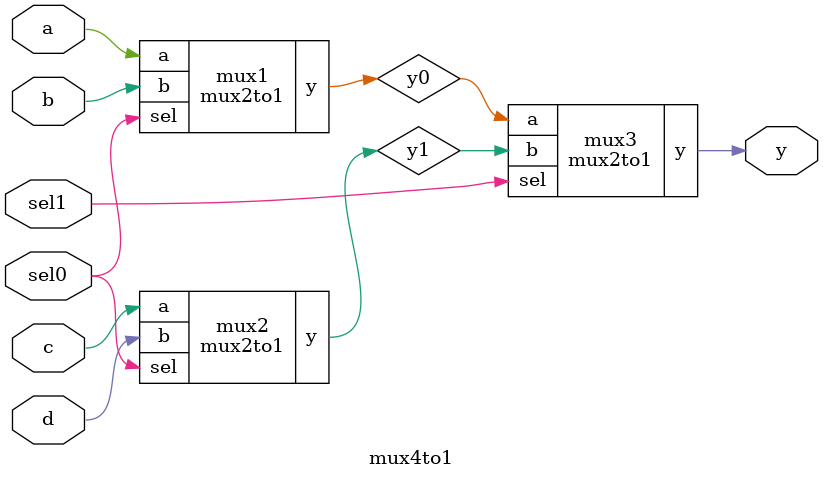
<source format=v>
module mux2to1 (a,b,sel,y);
    input a, b, sel;
    output y;
    reg y;
    always @ (a or b or sel)
    begin
        if (sel == 0)
            y = a;
        else
            y = b;
    end
endmodule

module mux4to1 (a, b, c, d, sel0, sel1,y);
    input a, b, c, d, sel0, sel1;
    wire y0, y1;
    output y;
    mux2to1 mux1 (a, b, sel0, y0);
    mux2to1 mux2 (c, d, sel0, y1);
    mux2to1 mux3 (y0, y1, sel1, y);
endmodule


</source>
